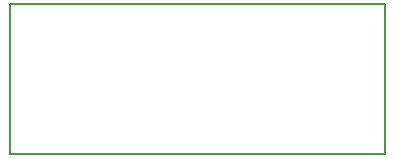
<source format=gbr>
G04 #@! TF.FileFunction,Profile,NP*
%FSLAX46Y46*%
G04 Gerber Fmt 4.6, Leading zero omitted, Abs format (unit mm)*
G04 Created by KiCad (PCBNEW 4.0.4-stable) date Tue Aug  1 11:33:22 2017*
%MOMM*%
%LPD*%
G01*
G04 APERTURE LIST*
%ADD10C,0.100000*%
%ADD11C,0.150000*%
G04 APERTURE END LIST*
D10*
D11*
X127000000Y-34290000D02*
X127000000Y-46990000D01*
X158750000Y-46990000D02*
X158750000Y-34290000D01*
X158750000Y-46990000D02*
X127000000Y-46990000D01*
X127000000Y-34290000D02*
X158750000Y-34290000D01*
M02*

</source>
